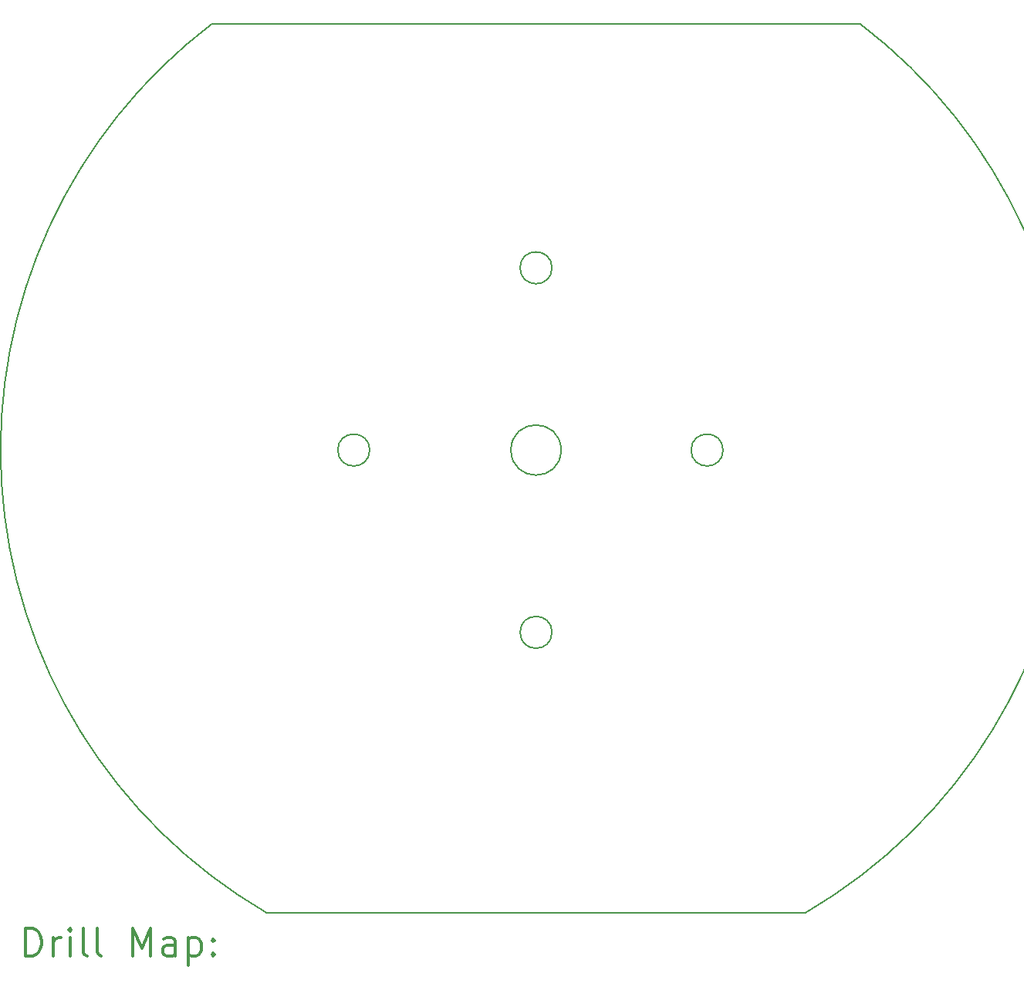
<source format=gbr>
%FSLAX45Y45*%
G04 Gerber Fmt 4.5, Leading zero omitted, Abs format (unit mm)*
G04 Created by KiCad (PCBNEW (5.1.9)-1) date 2021-04-12 23:12:59*
%MOMM*%
%LPD*%
G01*
G04 APERTURE LIST*
%TA.AperFunction,Profile*%
%ADD10C,0.200000*%
%TD*%
%ADD11C,0.200000*%
%ADD12C,0.300000*%
G04 APERTURE END LIST*
D10*
X12145000Y-9144000D02*
G75*
G03*
X12145000Y-9144000I-175000J0D01*
G01*
X14145000Y-7144000D02*
G75*
G03*
X14145000Y-7144000I-175000J0D01*
G01*
X10411911Y-4469000D02*
X17528089Y-4469000D01*
X11010270Y-14219000D02*
X16929730Y-14219000D01*
X14245000Y-9144000D02*
G75*
G03*
X14245000Y-9144000I-275000J0D01*
G01*
X14145000Y-11144000D02*
G75*
G03*
X14145000Y-11144000I-175000J0D01*
G01*
X17528089Y-4469000D02*
G75*
G02*
X16929730Y-14219000I-3558089J-4675000D01*
G01*
X16021923Y-9144000D02*
G75*
G03*
X16021923Y-9144000I-175000J0D01*
G01*
X11010270Y-14219000D02*
G75*
G02*
X10411911Y-4469000I2959730J5075000D01*
G01*
D11*
D12*
X8371428Y-14694714D02*
X8371428Y-14394714D01*
X8442857Y-14394714D01*
X8485714Y-14409000D01*
X8514286Y-14437571D01*
X8528571Y-14466143D01*
X8542857Y-14523286D01*
X8542857Y-14566143D01*
X8528571Y-14623286D01*
X8514286Y-14651857D01*
X8485714Y-14680429D01*
X8442857Y-14694714D01*
X8371428Y-14694714D01*
X8671428Y-14694714D02*
X8671428Y-14494714D01*
X8671428Y-14551857D02*
X8685714Y-14523286D01*
X8700000Y-14509000D01*
X8728571Y-14494714D01*
X8757143Y-14494714D01*
X8857143Y-14694714D02*
X8857143Y-14494714D01*
X8857143Y-14394714D02*
X8842857Y-14409000D01*
X8857143Y-14423286D01*
X8871428Y-14409000D01*
X8857143Y-14394714D01*
X8857143Y-14423286D01*
X9042857Y-14694714D02*
X9014286Y-14680429D01*
X9000000Y-14651857D01*
X9000000Y-14394714D01*
X9200000Y-14694714D02*
X9171428Y-14680429D01*
X9157143Y-14651857D01*
X9157143Y-14394714D01*
X9542857Y-14694714D02*
X9542857Y-14394714D01*
X9642857Y-14609000D01*
X9742857Y-14394714D01*
X9742857Y-14694714D01*
X10014286Y-14694714D02*
X10014286Y-14537571D01*
X10000000Y-14509000D01*
X9971428Y-14494714D01*
X9914286Y-14494714D01*
X9885714Y-14509000D01*
X10014286Y-14680429D02*
X9985714Y-14694714D01*
X9914286Y-14694714D01*
X9885714Y-14680429D01*
X9871428Y-14651857D01*
X9871428Y-14623286D01*
X9885714Y-14594714D01*
X9914286Y-14580429D01*
X9985714Y-14580429D01*
X10014286Y-14566143D01*
X10157143Y-14494714D02*
X10157143Y-14794714D01*
X10157143Y-14509000D02*
X10185714Y-14494714D01*
X10242857Y-14494714D01*
X10271428Y-14509000D01*
X10285714Y-14523286D01*
X10300000Y-14551857D01*
X10300000Y-14637571D01*
X10285714Y-14666143D01*
X10271428Y-14680429D01*
X10242857Y-14694714D01*
X10185714Y-14694714D01*
X10157143Y-14680429D01*
X10428571Y-14666143D02*
X10442857Y-14680429D01*
X10428571Y-14694714D01*
X10414286Y-14680429D01*
X10428571Y-14666143D01*
X10428571Y-14694714D01*
X10428571Y-14509000D02*
X10442857Y-14523286D01*
X10428571Y-14537571D01*
X10414286Y-14523286D01*
X10428571Y-14509000D01*
X10428571Y-14537571D01*
M02*

</source>
